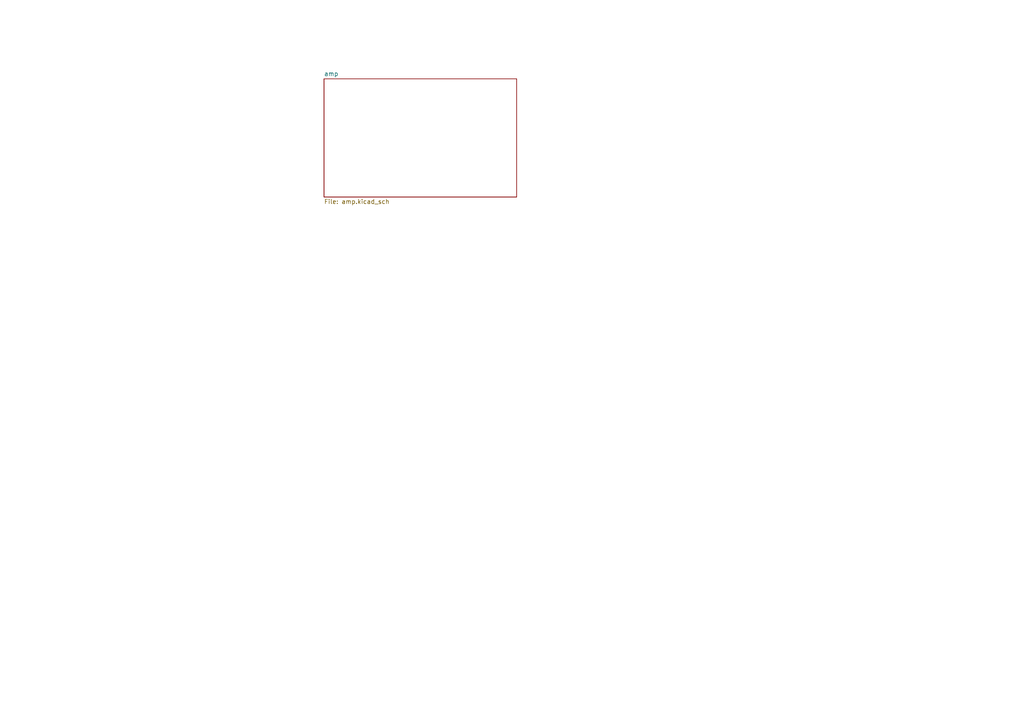
<source format=kicad_sch>
(kicad_sch (version 20211123) (generator eeschema)
  (paper "A4")
  (lib_symbols)
  (sheet (at 93.98 22.86) (size 55.88 34.29) (stroke (width 0.1524))
    (property "Sheet name" "amp" (at 93.98 22.1484 0) (effects (justify left bottom)))
    (property "Sheet file" "amp.kicad_sch" (at 93.98 57.7346 0) (effects (justify left top)))
  )
)
</source>
